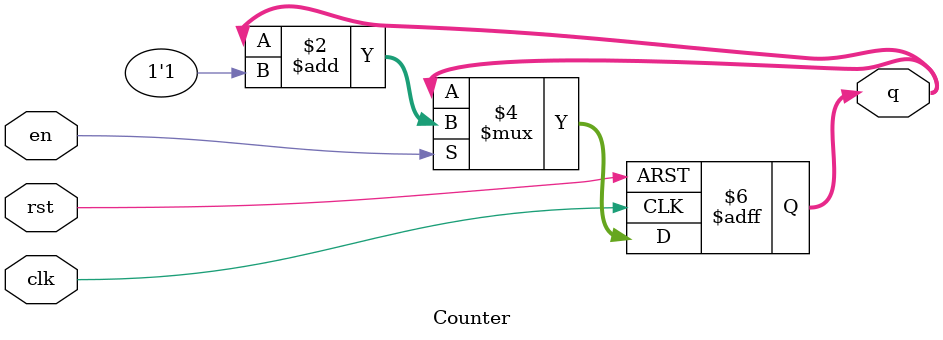
<source format=sv>
module Counter #(parameter N=8)(
	input clk, rst, en,
	output logic [N-1:0] q
);

	always_ff @(posedge clk or posedge rst)
		if (rst)
			q=8'h00;
			
		else
			if (en)
				q=q+1'b1;
				
				
endmodule 
			
			
</source>
